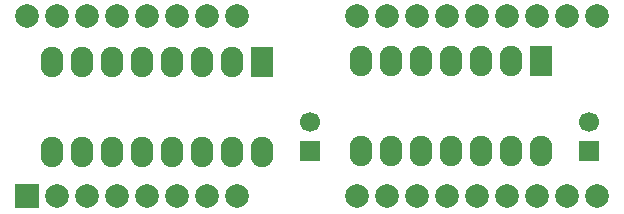
<source format=gbs>
G04 #@! TF.FileFunction,Soldermask,Bot*
%FSLAX46Y46*%
G04 Gerber Fmt 4.6, Leading zero omitted, Abs format (unit mm)*
G04 Created by KiCad (PCBNEW 4.0.2-stable) date 5/20/2016 6:39:27 AM*
%MOMM*%
G01*
G04 APERTURE LIST*
%ADD10C,0.100000*%
%ADD11R,2.100000X2.100000*%
%ADD12C,2.000000*%
%ADD13R,1.901140X2.599640*%
%ADD14O,1.901140X2.599640*%
%ADD15R,1.700000X1.700000*%
%ADD16C,1.700000*%
G04 APERTURE END LIST*
D10*
D11*
X130399000Y-97937000D03*
D12*
X132939000Y-97937000D03*
X135479000Y-97937000D03*
X138019000Y-97937000D03*
X140559000Y-97937000D03*
X143099000Y-97937000D03*
X145639000Y-97937000D03*
X148179000Y-97937000D03*
X158339000Y-97937000D03*
X160879000Y-97937000D03*
X163419000Y-97937000D03*
X165959000Y-97937000D03*
X168499000Y-97937000D03*
X171039000Y-97937000D03*
X173579000Y-97937000D03*
X176119000Y-97937000D03*
X178659000Y-97937000D03*
X178659000Y-82697000D03*
X176119000Y-82697000D03*
X173579000Y-82697000D03*
X171039000Y-82697000D03*
X168499000Y-82697000D03*
X165959000Y-82697000D03*
X163419000Y-82697000D03*
X160879000Y-82697000D03*
X158339000Y-82697000D03*
X148179000Y-82697000D03*
X145639000Y-82697000D03*
X143099000Y-82697000D03*
X140559000Y-82697000D03*
X138019000Y-82697000D03*
X135479000Y-82697000D03*
X132939000Y-82697000D03*
X130399000Y-82697000D03*
D13*
X150266400Y-86512400D03*
D14*
X147726400Y-86512400D03*
X145186400Y-86512400D03*
X142646400Y-86512400D03*
X140106400Y-86512400D03*
X137566400Y-86512400D03*
X135026400Y-86512400D03*
X132486400Y-86512400D03*
X132486400Y-94132400D03*
X135026400Y-94132400D03*
X137566400Y-94132400D03*
X140106400Y-94132400D03*
X142646400Y-94132400D03*
X145186400Y-94132400D03*
X147726400Y-94132400D03*
X150266400Y-94132400D03*
D13*
X173863000Y-86487000D03*
D14*
X171323000Y-86487000D03*
X168783000Y-86487000D03*
X166243000Y-86487000D03*
X163703000Y-86487000D03*
X161163000Y-86487000D03*
X158623000Y-86487000D03*
X158623000Y-94107000D03*
X161163000Y-94107000D03*
X163703000Y-94107000D03*
X166243000Y-94107000D03*
X168783000Y-94107000D03*
X171323000Y-94107000D03*
X173863000Y-94107000D03*
D15*
X177927000Y-94107000D03*
D16*
X177927000Y-91607000D03*
D15*
X154305000Y-94107000D03*
D16*
X154305000Y-91607000D03*
M02*

</source>
